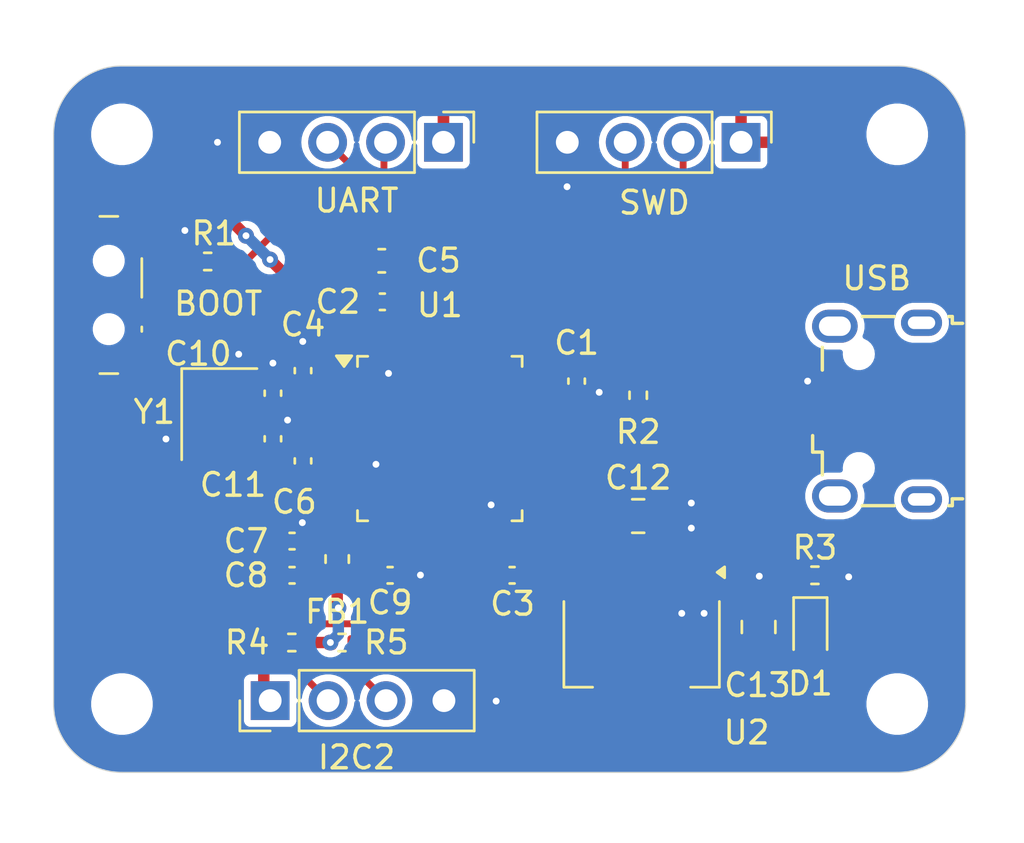
<source format=kicad_pcb>
(kicad_pcb (version 20240108) (generator "pcbnew") (generator_version "8.0")
  (layers (0 "F.Cu" signal) (31 "B.Cu" power) (34 "B.Paste" user) (35 "F.Paste" user) (36 "B.SilkS" user "B.Silkscreen") (37 "F.SilkS" user "F.Silkscreen") (38 "B.Mask" user) (39 "F.Mask" user) (44 "Edge.Cuts" user))
  (net 0 "")
  (net 1 "+3.3V")
  (net 2 "GND")
  (net 3 "+3.3VA")
  (net 4 "/NRST")
  (net 5 "/HSI_IN")
  (net 6 "/HSI_OUT")
  (net 7 "VBUS")
  (net 8 "/SW_BOOT0")
  (net 12 "/USB_D-")
  (net 15 "/USB_D+")
  (net 16 "/SWDIO")
  (net 17 "/SWCLK")
  (net 18 "/USART1_RX")
  (net 19 "/USART1_TX")
  (net 20 "/I2C2_SDA")
  (net 21 "/I2C2_SCL")
  (net 22 "/BOOT0")
  (net 50 "Net-(D1-K)")
  (footprint "Resistor_SMD:R_0402_1005Metric" (layer "F.Cu") (at 138.36 104)
    (property "Reference" "R3" (at 0 -1.21 360) (layer "F.SilkS"))
    (property "Value" "1k5")
    (fp_line (start -0.153641 -0.38) (end 0.153641 -0.38) (stroke (width 0.12)) (layer "F.SilkS"))
    (fp_line (start -0.153641 0.38) (end 0.153641 0.38) (stroke (width 0.12)) (layer "F.SilkS"))
    (pad "1" smd roundrect (at -0.51 0) (size 0.54 0.64) (layers "F.Cu" "F.Paste" "F.Mask") (net 50 "Net-(D1-K)"))
    (pad "2" smd roundrect (at 0.51 0) (size 0.54 0.64) (layers "F.Cu" "F.Paste" "F.Mask") (net 2 "GND"))
  )
  (footprint "MountingHole:MountingHole_2.2mm_M2" (layer "F.Cu") (at 141.97 109.65)
    (property "Reference" "H4")
    (property "Value" "MountingHole")
    (pad "" np_thru_hole circle (at 0 0) (size 2.2 2.2) (drill 2.2) (layers "*.Cu" "*.Mask"))
  )
  (footprint "Resistor_SMD:R_0402_1005Metric" (layer "F.Cu") (at 115.42 106.95 180)
    (property "Reference" "R4" (at 1.96 0 0) (layer "F.SilkS"))
    (property "Value" "1k5")
    (fp_line (start -0.153641 0.38) (end 0.153641 0.38) (stroke (width 0.12)) (layer "F.SilkS"))
    (fp_line (start -0.153641 -0.38) (end 0.153641 -0.38) (stroke (width 0.12)) (layer "F.SilkS"))
    (pad "1" smd roundrect (at -0.51 0 180) (size 0.54 0.64) (layers "F.Cu" "F.Paste" "F.Mask") (net 1 "+3.3V"))
    (pad "2" smd roundrect (at 0.51 0 180) (size 0.54 0.64) (layers "F.Cu" "F.Paste" "F.Mask") (net 21 "/I2C2_SCL"))
  )
  (footprint "Connector_PinHeader_2.54mm:PinHeader_1x04_P2.54mm_Vertical" (layer "F.Cu") (at 135.12 85 -90)
    (property "Reference" "SWD" (at 2.65 3.8 180) (layer "F.SilkS"))
    (property "Value" "Conn_01x04_Pin")
    (fp_line (start -1.33 8.95) (end 1.33 8.95) (stroke (width 0.12)) (layer "F.SilkS"))
    (fp_line (start -1.33 1.27) (end -1.33 8.95) (stroke (width 0.12)) (layer "F.SilkS"))
    (fp_line (start -1.33 1.27) (end 1.33 1.27) (stroke (width 0.12)) (layer "F.SilkS"))
    (fp_line (start 1.33 1.27) (end 1.33 8.95) (stroke (width 0.12)) (layer "F.SilkS"))
    (fp_line (start -1.33 0) (end -1.33 -1.33) (stroke (width 0.12)) (layer "F.SilkS"))
    (fp_line (start -1.33 -1.33) (end 0 -1.33) (stroke (width 0.12)) (layer "F.SilkS"))
    (pad "1" thru_hole rect (at 0 0 270) (size 1.7 1.7) (drill 1) (layers "*.Cu" "*.Mask") (net 1 "+3.3V"))
    (pad "2" thru_hole oval (at 0 2.54 270) (size 1.7 1.7) (drill 1) (layers "*.Cu" "*.Mask") (net 16 "/SWDIO"))
    (pad "3" thru_hole oval (at 0 5.08 270) (size 1.7 1.7) (drill 1) (layers "*.Cu" "*.Mask") (net 17 "/SWCLK"))
    (pad "4" thru_hole oval (at 0 7.62 270) (size 1.7 1.7) (drill 1) (layers "*.Cu" "*.Mask") (net 2 "GND"))
  )
  (footprint "Inductor_SMD:L_0603_1608Metric" (layer "F.Cu") (at 117.41 103.2875 90)
    (property "Reference" "FB1" (at -2.3125 0 180) (layer "F.SilkS"))
    (property "Value" "120R")
    (fp_line (start -0.162779 -0.51) (end 0.162779 -0.51) (stroke (width 0.12)) (layer "F.SilkS"))
    (fp_line (start -0.162779 0.51) (end 0.162779 0.51) (stroke (width 0.12)) (layer "F.SilkS"))
    (pad "1" smd roundrect (at -0.7875 0 90) (size 0.875 0.95) (layers "F.Cu" "F.Paste" "F.Mask") (net 1 "+3.3V"))
    (pad "2" smd roundrect (at 0.7875 0 90) (size 0.875 0.95) (layers "F.Cu" "F.Paste" "F.Mask") (net 3 "+3.3VA"))
  )
  (footprint "Capacitor_SMD:C_0402_1005Metric" (layer "F.Cu") (at 119.39 92)
    (property "Reference" "C2" (at -1.95 0 0) (layer "F.SilkS"))
    (property "Value" "100n")
    (fp_line (start -0.107836 -0.36) (end 0.107836 -0.36) (stroke (width 0.12)) (layer "F.SilkS"))
    (fp_line (start -0.107836 0.36) (end 0.107836 0.36) (stroke (width 0.12)) (layer "F.SilkS"))
    (pad "1" smd roundrect (at -0.48 0) (size 0.56 0.62) (layers "F.Cu" "F.Paste" "F.Mask") (net 1 "+3.3V"))
    (pad "2" smd roundrect (at 0.48 0) (size 0.56 0.62) (layers "F.Cu" "F.Paste" "F.Mask") (net 2 "GND"))
  )
  (footprint "Resistor_SMD:R_0402_1005Metric" (layer "F.Cu") (at 111.73 90.23)
    (property "Reference" "R1" (at 0.27 -1.23 0) (layer "F.SilkS"))
    (property "Value" "10k")
    (fp_line (start -0.153641 -0.38) (end 0.153641 -0.38) (stroke (width 0.12)) (layer "F.SilkS"))
    (fp_line (start -0.153641 0.38) (end 0.153641 0.38) (stroke (width 0.12)) (layer "F.SilkS"))
    (pad "1" smd roundrect (at -0.51 0) (size 0.54 0.64) (layers "F.Cu" "F.Paste" "F.Mask") (net 8 "/SW_BOOT0"))
    (pad "2" smd roundrect (at 0.51 0) (size 0.54 0.64) (layers "F.Cu" "F.Paste" "F.Mask") (net 22 "/BOOT0"))
  )
  (footprint "Package_TO_SOT_SMD:SOT-223-3_TabPin2" (layer "F.Cu") (at 130.76 107 -90)
    (property "Reference" "U2" (at 3.9 -4.6 180) (layer "F.SilkS"))
    (property "Value" "AMS1117-3.3")
    (fp_line (start -1.85 3.41) (end 1.91 3.41) (stroke (width 0.12)) (layer "F.SilkS"))
    (fp_line (start 1.91 3.41) (end 1.91 2.15) (stroke (width 0.12)) (layer "F.SilkS"))
    (fp_line (start -1.85 -3.41) (end 1.91 -3.41) (stroke (width 0.12)) (layer "F.SilkS"))
    (fp_line (start 1.91 -3.41) (end 1.91 -2.15) (stroke (width 0.12)) (layer "F.SilkS"))
    (fp_poly (pts (xy -3.13 -3.31) (xy -3.37 -3.64) (xy -2.89 -3.64) (xy -3.13 -3.31)) (stroke (width 0.12)) (fill solid) (layer "F.SilkS"))
    (pad "1" smd roundrect (at -3.15 -2.3 270) (size 2 1.5) (layers "F.Cu" "F.Paste" "F.Mask") (net 2 "GND"))
    (pad "2" smd roundrect (at -3.15 0 270) (size 2 1.5) (layers "F.Cu" "F.Paste" "F.Mask") (net 1 "+3.3V"))
    (pad "2" smd roundrect (at 3.15 0 270) (size 2 3.8) (layers "F.Cu" "F.Paste" "F.Mask") (net 1 "+3.3V"))
    (pad "3" smd roundrect (at -3.15 2.3 270) (size 2 1.5) (layers "F.Cu" "F.Paste" "F.Mask") (net 7 "VBUS"))
  )
  (footprint "Capacitor_SMD:C_0402_1005Metric" (layer "F.Cu") (at 114.59 98.01 90)
    (property "Reference" "C11" (at -2.02 -1.75 180) (layer "F.SilkS"))
    (property "Value" "10p")
    (fp_line (start -0.107836 -0.36) (end 0.107836 -0.36) (stroke (width 0.12)) (layer "F.SilkS"))
    (fp_line (start -0.107836 0.36) (end 0.107836 0.36) (stroke (width 0.12)) (layer "F.SilkS"))
    (pad "1" smd roundrect (at -0.48 0 90) (size 0.56 0.62) (layers "F.Cu" "F.Paste" "F.Mask") (net 6 "/HSI_OUT"))
    (pad "2" smd roundrect (at 0.48 0 90) (size 0.56 0.62) (layers "F.Cu" "F.Paste" "F.Mask") (net 2 "GND"))
  )
  (footprint "Capacitor_SMD:C_0402_1005Metric" (layer "F.Cu") (at 115.43 104)
    (property "Reference" "C8" (at -2.02 0 0) (layer "F.SilkS"))
    (property "Value" "1u")
    (fp_line (start -0.107836 -0.36) (end 0.107836 -0.36) (stroke (width 0.12)) (layer "F.SilkS"))
    (fp_line (start -0.107836 0.36) (end 0.107836 0.36) (stroke (width 0.12)) (layer "F.SilkS"))
    (pad "1" smd roundrect (at -0.48 0) (size 0.56 0.62) (layers "F.Cu" "F.Paste" "F.Mask") (net 1 "+3.3V"))
    (pad "2" smd roundrect (at 0.48 0) (size 0.56 0.62) (layers "F.Cu" "F.Paste" "F.Mask") (net 2 "GND"))
  )
  (footprint "Capacitor_SMD:C_0805_2012Metric" (layer "F.Cu") (at 130.61 101.4)
    (property "Reference" "C12" (at 0 -1.68 0) (layer "F.SilkS"))
    (property "Value" "22u")
    (fp_line (start -0.261252 -0.735) (end 0.261252 -0.735) (stroke (width 0.12)) (layer "F.SilkS"))
    (fp_line (start -0.261252 0.735) (end 0.261252 0.735) (stroke (width 0.12)) (layer "F.SilkS"))
    (pad "1" smd roundrect (at -0.95 0) (size 1 1.45) (layers "F.Cu" "F.Paste" "F.Mask") (net 7 "VBUS"))
    (pad "2" smd roundrect (at 0.95 0) (size 1 1.45) (layers "F.Cu" "F.Paste" "F.Mask") (net 2 "GND"))
  )
  (footprint "MountingHole:MountingHole_2.2mm_M2" (layer "F.Cu") (at 141.97 84.65)
    (property "Reference" "H3")
    (property "Value" "MountingHole")
    (pad "" np_thru_hole circle (at 0 0) (size 2.2 2.2) (drill 2.2) (layers "*.Cu" "*.Mask"))
  )
  (footprint "LED_SMD:LED_0603_1608Metric" (layer "F.Cu") (at 138.16 106.4625 -90)
    (property "Reference" "D1" (at 2.2875 0 180) (layer "F.SilkS"))
    (property "Value" "LED_RED")
    (fp_line (start -1.485 0.735) (end 0.8 0.735) (stroke (width 0.12)) (layer "F.SilkS"))
    (fp_line (start -1.485 -0.735) (end -1.485 0.735) (stroke (width 0.12)) (layer "F.SilkS"))
    (fp_line (start 0.8 -0.735) (end -1.485 -0.735) (stroke (width 0.12)) (layer "F.SilkS"))
    (pad "1" smd roundrect (at -0.7875 0 270) (size 0.875 0.95) (layers "F.Cu" "F.Paste" "F.Mask") (net 50 "Net-(D1-K)"))
    (pad "2" smd roundrect (at 0.7875 0 270) (size 0.875 0.95) (layers "F.Cu" "F.Paste" "F.Mask") (net 1 "+3.3V"))
  )
  (footprint "MountingHole:MountingHole_2.2mm_M2" (layer "F.Cu") (at 107.97 109.65)
    (property "Reference" "H2")
    (property "Value" "MountingHole")
    (pad "" np_thru_hole circle (at 0 0) (size 2.2 2.2) (drill 2.2) (layers "*.Cu" "*.Mask"))
  )
  (footprint "Capacitor_SMD:C_0402_1005Metric" (layer "F.Cu") (at 115.43 102.5)
    (property "Reference" "C7" (at -2.02 0 0) (layer "F.SilkS"))
    (property "Value" "1u")
    (fp_line (start -0.107836 -0.36) (end 0.107836 -0.36) (stroke (width 0.12)) (layer "F.SilkS"))
    (fp_line (start -0.107836 0.36) (end 0.107836 0.36) (stroke (width 0.12)) (layer "F.SilkS"))
    (pad "1" smd roundrect (at -0.48 0) (size 0.56 0.62) (layers "F.Cu" "F.Paste" "F.Mask") (net 3 "+3.3VA"))
    (pad "2" smd roundrect (at 0.48 0) (size 0.56 0.62) (layers "F.Cu" "F.Paste" "F.Mask") (net 2 "GND"))
  )
  (footprint "Capacitor_SMD:C_0805_2012Metric" (layer "F.Cu") (at 135.89 106.27 90)
    (property "Reference" "C13" (at -2.55 -0.05 180) (layer "F.SilkS"))
    (property "Value" "22u")
    (fp_line (start -0.261252 -0.735) (end 0.261252 -0.735) (stroke (width 0.12)) (layer "F.SilkS"))
    (fp_line (start -0.261252 0.735) (end 0.261252 0.735) (stroke (width 0.12)) (layer "F.SilkS"))
    (pad "1" smd roundrect (at -0.95 0 90) (size 1 1.45) (layers "F.Cu" "F.Paste" "F.Mask") (net 1 "+3.3V"))
    (pad "2" smd roundrect (at 0.95 0 90) (size 1 1.45) (layers "F.Cu" "F.Paste" "F.Mask") (net 2 "GND"))
  )
  (footprint "Capacitor_SMD:C_0402_1005Metric" (layer "F.Cu") (at 127.91 95.48 -90)
    (property "Reference" "C1" (at -1.68 0 180) (layer "F.SilkS"))
    (property "Value" "100n")
    (fp_line (start -0.107836 0.36) (end 0.107836 0.36) (stroke (width 0.12)) (layer "F.SilkS"))
    (fp_line (start -0.107836 -0.36) (end 0.107836 -0.36) (stroke (width 0.12)) (layer "F.SilkS"))
    (pad "1" smd roundrect (at -0.48 0 270) (size 0.56 0.62) (layers "F.Cu" "F.Paste" "F.Mask") (net 1 "+3.3V"))
    (pad "2" smd roundrect (at 0.48 0 270) (size 0.56 0.62) (layers "F.Cu" "F.Paste" "F.Mask") (net 2 "GND"))
  )
  (footprint "Connector_PinHeader_2.54mm:PinHeader_1x04_P2.54mm_Vertical" (layer "F.Cu") (at 114.47 109.5 90)
    (property "Reference" "I2C2" (at -2.49 3.79 180) (layer "F.SilkS"))
    (property "Value" "Conn_01x04_Pin")
    (fp_line (start -1.33 -1.33) (end 0 -1.33) (stroke (width 0.12)) (layer "F.SilkS"))
    (fp_line (start -1.33 0) (end -1.33 -1.33) (stroke (width 0.12)) (layer "F.SilkS"))
    (fp_line (start 1.33 1.27) (end 1.33 8.95) (stroke (width 0.12)) (layer "F.SilkS"))
    (fp_line (start -1.33 1.27) (end 1.33 1.27) (stroke (width 0.12)) (layer "F.SilkS"))
    (fp_line (start -1.33 1.27) (end -1.33 8.95) (stroke (width 0.12)) (layer "F.SilkS"))
    (fp_line (start -1.33 8.95) (end 1.33 8.95) (stroke (width 0.12)) (layer "F.SilkS"))
    (pad "1" thru_hole rect (at 0 0 90) (size 1.7 1.7) (drill 1) (layers "*.Cu" "*.Mask") (net 1 "+3.3V"))
    (pad "2" thru_hole oval (at 0 2.54 90) (size 1.7 1.7) (drill 1) (layers "*.Cu" "*.Mask") (net 21 "/I2C2_SCL"))
    (pad "3" thru_hole oval (at 0 5.08 90) (size 1.7 1.7) (drill 1) (layers "*.Cu" "*.Mask") (net 20 "/I2C2_SDA"))
    (pad "4" thru_hole oval (at 0 7.62 90) (size 1.7 1.7) (drill 1) (layers "*.Cu" "*.Mask") (net 2 "GND"))
  )
  (footprint "Capacitor_SMD:C_0402_1005Metric" (layer "F.Cu") (at 119.73 104)
    (property "Reference" "C9" (at 0 1.2 0) (layer "F.SilkS"))
    (property "Value" "100n")
    (fp_line (start -0.107836 -0.36) (end 0.107836 -0.36) (stroke (width 0.12)) (layer "F.SilkS"))
    (fp_line (start -0.107836 0.36) (end 0.107836 0.36) (stroke (width 0.12)) (layer "F.SilkS"))
    (pad "1" smd roundrect (at -0.48 0) (size 0.56 0.62) (layers "F.Cu" "F.Paste" "F.Mask") (net 4 "/NRST"))
    (pad "2" smd roundrect (at 0.48 0) (size 0.56 0.62) (layers "F.Cu" "F.Paste" "F.Mask") (net 2 "GND"))
  )
  (footprint "Capacitor_SMD:C_0402_1005Metric" (layer "F.Cu") (at 115.91 95.02 90)
    (property "Reference" "C4" (at 2.02 0 0) (layer "F.SilkS"))
    (property "Value" "100n")
    (fp_line (start -0.107836 -0.36) (end 0.107836 -0.36) (stroke (width 0.12)) (layer "F.SilkS"))
    (fp_line (start -0.107836 0.36) (end 0.107836 0.36) (stroke (width 0.12)) (layer "F.SilkS"))
    (pad "1" smd roundrect (at -0.48 0 90) (size 0.56 0.62) (layers "F.Cu" "F.Paste" "F.Mask") (net 1 "+3.3V"))
    (pad "2" smd roundrect (at 0.48 0 90) (size 0.56 0.62) (layers "F.Cu" "F.Paste" "F.Mask") (net 2 "GND"))
  )
  (footprint "MountingHole:MountingHole_2.2mm_M2" (layer "F.Cu") (at 107.97 84.65)
    (property "Reference" "H1")
    (property "Value" "MountingHole")
    (pad "" np_thru_hole circle (at 0 0) (size 2.2 2.2) (drill 2.2) (layers "*.Cu" "*.Mask"))
  )
  (footprint "Button_Switch_SMD:SW_SPDT_PCM12" (layer "F.Cu") (at 107.72 91.7 -90)
    (property "Reference" "BOOT" (at 0.38 -4.47 180) (layer "F.SilkS"))
    (property "Value" "SW_SPDT")
    (fp_line (start 3.45 0.72) (end 3.45 -0.07) (stroke (width 0.12)) (layer "F.SilkS"))
    (fp_line (start -3.45 -0.07) (end -3.45 0.72) (stroke (width 0.12)) (layer "F.SilkS"))
    (fp_line (start -1.6 -1.12) (end 0.1 -1.12) (stroke (width 0.12)) (layer "F.SilkS"))
    (fp_line (start 1.4 -1.12) (end 1.6 -1.12) (stroke (width 0.12)) (layer "F.SilkS"))
    (pad "" smd rect (at -3.65 -0.78 270) (size 1 0.8) (layers "F.Cu" "F.Paste" "F.Mask"))
    (pad "" smd rect (at -3.65 1.43 270) (size 1 0.8) (layers "F.Cu" "F.Paste" "F.Mask"))
    (pad "" np_thru_hole circle (at -1.5 0.33 270) (size 0.9 0.9) (drill 0.9) (layers "*.Cu" "*.Mask"))
    (pad "" np_thru_hole circle (at 1.5 0.33 270) (size 0.9 0.9) (drill 0.9) (layers "*.Cu" "*.Mask"))
    (pad "" smd rect (at 3.65 -0.78 270) (size 1 0.8) (layers "F.Cu" "F.Paste" "F.Mask"))
    (pad "" smd rect (at 3.65 1.43 270) (size 1 0.8) (layers "F.Cu" "F.Paste" "F.Mask"))
    (pad "1" smd rect (at -2.25 -1.43 270) (size 0.7 1.5) (layers "F.Cu" "F.Paste" "F.Mask") (net 2 "GND"))
    (pad "2" smd rect (at 0.75 -1.43 270) (size 0.7 1.5) (layers "F.Cu" "F.Paste" "F.Mask") (net 8 "/SW_BOOT0"))
    (pad "3" smd rect (at 2.25 -1.43 270) (size 0.7 1.5) (layers "F.Cu" "F.Paste" "F.Mask") (net 1 "+3.3V"))
  )
  (footprint "Capacitor_SMD:C_0402_1005Metric" (layer "F.Cu") (at 115.91 98.98 90)
    (property "Reference" "C6" (at -1.8 -0.38 180) (layer "F.SilkS"))
    (property "Value" "10n")
    (fp_line (start -0.107836 -0.36) (end 0.107836 -0.36) (stroke (width 0.12)) (layer "F.SilkS"))
    (fp_line (start -0.107836 0.36) (end 0.107836 0.36) (stroke (width 0.12)) (layer "F.SilkS"))
    (pad "1" smd roundrect (at -0.48 0 90) (size 0.56 0.62) (layers "F.Cu" "F.Paste" "F.Mask") (net 3 "+3.3VA"))
    (pad "2" smd roundrect (at 0.48 0 90) (size 0.56 0.62) (layers "F.Cu" "F.Paste" "F.Mask") (net 2 "GND"))
  )
  (footprint "Package_QFP:LQFP-48_7x7mm_P0.5mm" (layer "F.Cu") (at 121.91 98)
    (property "Reference" "U1" (at 0 -5.85 0) (layer "F.SilkS"))
    (property "Value" "STM32F103C8Tx")
    (fp_line (start -3.61 -3.61) (end -3.61 -3.16) (stroke (width 0.12)) (layer "F.SilkS"))
    (fp_line (start -3.61 3.61) (end -3.61 3.16) (stroke (width 0.12)) (layer "F.SilkS"))
    (fp_line (start -3.16 -3.61) (end -3.61 -3.61) (stroke (width 0.12)) (layer "F.SilkS"))
    (fp_line (start -3.16 3.61) (end -3.61 3.61) (stroke (width 0.12)) (layer "F.SilkS"))
    (fp_line (start 3.16 -3.61) (end 3.61 -3.61) (stroke (width 0.12)) (layer "F.SilkS"))
    (fp_line (start 3.16 3.61) (end 3.61 3.61) (stroke (width 0.12)) (layer "F.SilkS"))
    (fp_line (start 3.61 -3.61) (end 3.61 -3.16) (stroke (width 0.12)) (layer "F.SilkS"))
    (fp_line (start 3.61 3.61) (end 3.61 3.16) (stroke (width 0.12)) (layer "F.SilkS"))
    (fp_poly (pts (xy -4.2 -3.16) (xy -4.54 -3.63) (xy -3.86 -3.63) (xy -4.2 -3.16)) (stroke (width 0.12)) (fill solid) (layer "F.SilkS"))
    (pad "1" smd roundrect (at -4.1625 -2.75) (size 1.475 0.3) (layers "F.Cu" "F.Paste" "F.Mask") (net 1 "+3.3V"))
    (pad "2" smd roundrect (at -4.1625 -2.25) (size 1.475 0.3) (layers "F.Cu" "F.Paste" "F.Mask"))
    (pad "3" smd roundrect (at -4.1625 -1.75) (size 1.475 0.3) (layers "F.Cu" "F.Paste" "F.Mask"))
    (pad "4" smd roundrect (at -4.1625 -1.25) (size 1.475 0.3) (layers "F.Cu" "F.Paste" "F.Mask"))
    (pad "5" smd roundrect (at -4.1625 -0.75) (size 1.475 0.3) (layers "F.Cu" "F.Paste" "F.Mask") (net 5 "/HSI_IN"))
    (pad "6" smd roundrect (at -4.1625 -0.25) (size 1.475 0.3) (layers "F.Cu" "F.Paste" "F.Mask") (net 6 "/HSI_OUT"))
    (pad "7" smd roundrect (at -4.1625 0.25) (size 1.475 0.3) (layers "F.Cu" "F.Paste" "F.Mask") (net 4 "/NRST"))
    (pad "8" smd roundrect (at -4.1625 0.75) (size 1.475 0.3) (layers "F.Cu" "F.Paste" "F.Mask") (net 2 "GND"))
    (pad "9" smd roundrect (at -4.1625 1.25) (size 1.475 0.3) (layers "F.Cu" "F.Paste" "F.Mask") (net 3 "+3.3VA"))
    (pad "10" smd roundrect (at -4.1625 1.75) (size 1.475 0.3) (layers "F.Cu" "F.Paste" "F.Mask"))
    (pad "11" smd roundrect (at -4.1625 2.25) (size 1.475 0.3) (layers "F.Cu" "F.Paste" "F.Mask"))
    (pad "12" smd roundrect (at -4.1625 2.75) (size 1.475 0.3) (layers "F.Cu" "F.Paste" "F.Mask"))
    (pad "13" smd roundrect (at -2.75 4.1625) (size 0.3 1.475) (layers "F.Cu" "F.Paste" "F.Mask"))
    (pad "14" smd roundrect (at -2.25 4.1625) (size 0.3 1.475) (layers "F.Cu" "F.Paste" "F.Mask"))
    (pad "15" smd roundrect (at -1.75 4.1625) (size 0.3 1.475) (layers "F.Cu" "F.Paste" "F.Mask"))
    (pad "16" smd roundrect (at -1.25 4.1625) (size 0.3 1.475) (layers "F.Cu" "F.Paste" "F.Mask"))
    (pad "17" smd roundrect (at -0.75 4.1625) (size 0.3 1.475) (layers "F.Cu" "F.Paste" "F.Mask"))
    (pad "18" smd roundrect (at -0.25 4.1625) (size 0.3 1.475) (layers "F.Cu" "F.Paste" "F.Mask"))
    (pad "19" smd roundrect (at 0.25 4.1625) (size 0.3 1.475) (layers "F.Cu" "F.Paste" "F.Mask"))
    (pad "20" smd roundrect (at 0.75 4.1625) (size 0.3 1.475) (layers "F.Cu" "F.Paste" "F.Mask"))
    (pad "21" smd roundrect (at 1.25 4.1625) (size 0.3 1.475) (layers "F.Cu" "F.Paste" "F.Mask") (net 21 "/I2C2_SCL"))
    (pad "22" smd roundrect (at 1.75 4.1625) (size 0.3 1.475) (layers "F.Cu" "F.Paste" "F.Mask") (net 20 "/I2C2_SDA"))
    (pad "23" smd roundrect (at 2.25 4.1625) (size 0.3 1.475) (layers "F.Cu" "F.Paste" "F.Mask") (net 2 "GND"))
    (pad "24" smd roundrect (at 2.75 4.1625) (size 0.3 1.475) (layers "F.Cu" "F.Paste" "F.Mask") (net 1 "+3.3V"))
    (pad "25" smd roundrect (at 4.1625 2.75) (size 1.475 0.3) (layers "F.Cu" "F.Paste" "F.Mask"))
    (pad "26" smd roundrect (at 4.1625 2.25) (size 1.475 0.3) (layers "F.Cu" "F.Paste" "F.Mask"))
    (pad "27" smd roundrect (at 4.1625 1.75) (size 1.475 0.3) (layers "F.Cu" "F.Paste" "F.Mask"))
    (pad "28" smd roundrect (at 4.1625 1.25) (size 1.475 0.3) (layers "F.Cu" "F.Paste" "F.Mask"))
    (pad "29" smd roundrect (at 4.1625 0.75) (size 1.475 0.3) (layers "F.Cu" "F.Paste" "F.Mask"))
    (pad "30" smd roundrect (at 4.1625 0.25) (size 1.475 0.3) (layers "F.Cu" "F.Paste" "F.Mask"))
    (pad "31" smd roundrect (at 4.1625 -0.25) (size 1.475 0.3) (layers "F.Cu" "F.Paste" "F.Mask"))
    (pad "32" smd roundrect (at 4.1625 -0.75) (size 1.475 0.3) (layers "F.Cu" "F.Paste" "F.Mask") (net 12 "/USB_D-"))
    (pad "33" smd roundrect (at 4.1625 -1.25) (size 1.475 0.3) (layers "F.Cu" "F.Paste" "F.Mask") (net 15 "/USB_D+"))
    (pad "34" smd roundrect (at 4.1625 -1.75) (size 1.475 0.3) (layers "F.Cu" "F.Paste" "F.Mask") (net 16 "/SWDIO"))
    (pad "35" smd roundrect (at 4.1625 -2.25) (size 1.475 0.3) (layers "F.Cu" "F.Paste" "F.Mask") (net 2 "GND"))
    (pad "36" smd roundrect (at 4.1625 -2.75) (size 1.475 0.3) (layers "F.Cu" "F.Paste" "F.Mask") (net 1 "+3.3V"))
    (pad "37" smd roundrect (at 2.75 -4.1625) (size 0.3 1.475) (layers "F.Cu" "F.Paste" "F.Mask") (net 17 "/SWCLK"))
    (pad "38" smd roundrect (at 2.25 -4.1625) (size 0.3 1.475) (layers "F.Cu" "F.Paste" "F.Mask"))
    (pad "39" smd roundrect (at 1.75 -4.1625) (size 0.3 1.475) (layers "F.Cu" "F.Paste" "F.Mask"))
    (pad "40" smd roundrect (at 1.25 -4.1625) (size 0.3 1.475) (layers "F.Cu" "F.Paste" "F.Mask"))
    (pad "41" smd roundrect (at 0.75 -4.1625) (size 0.3 1.475) (layers "F.Cu" "F.Paste" "F.Mask"))
    (pad "42" smd roundrect (at 0.25 -4.1625) (size 0.3 1.475) (layers "F.Cu" "F.Paste" "F.Mask") (net 19 "/USART1_TX"))
    (pad "43" smd roundrect (at -0.25 -4.1625) (size 0.3 1.475) (layers "F.Cu" "F.Paste" "F.Mask") (net 18 "/USART1_RX"))
    (pad "44" smd roundrect (at -0.75 -4.1625) (size 0.3 1.475) (layers "F.Cu" "F.Paste" "F.Mask") (net 22 "/BOOT0"))
    (pad "45" smd roundrect (at -1.25 -4.1625) (size 0.3 1.475) (layers "F.Cu" "F.Paste" "F.Mask"))
    (pad "46" smd roundrect (at -1.75 -4.1625) (size 0.3 1.475) (layers "F.Cu" "F.Paste" "F.Mask"))
    (pad "47" smd roundrect (at -2.25 -4.1625) (size 0.3 1.475) (layers "F.Cu" "F.Paste" "F.Mask") (net 2 "GND"))
    (pad "48" smd roundrect (at -2.75 -4.1625) (size 0.3 1.475) (layers "F.Cu" "F.Paste" "F.Mask") (net 1 "+3.3V"))
  )
  (footprint "Connector_PinHeader_2.54mm:PinHeader_1x04_P2.54mm_Vertical" (layer "F.Cu") (at 122.07 85 -90)
    (property "Reference" "UART" (at 2.56 3.81 180) (layer "F.SilkS"))
    (property "Value" "Conn_01x04_Pin")
    (fp_line (start -1.33 8.95) (end 1.33 8.95) (stroke (width 0.12)) (layer "F.SilkS"))
    (fp_line (start -1.33 1.27) (end -1.33 8.95) (stroke (width 0.12)) (layer "F.SilkS"))
    (fp_line (start -1.33 1.27) (end 1.33 1.27) (stroke (width 0.12)) (layer "F.SilkS"))
    (fp_line (start 1.33 1.27) (end 1.33 8.95) (stroke (width 0.12)) (layer "F.SilkS"))
    (fp_line (start -1.33 0) (end -1.33 -1.33) (stroke (width 0.12)) (layer "F.SilkS"))
    (fp_line (start -1.33 -1.33) (end 0 -1.33) (stroke (width 0.12)) (layer "F.SilkS"))
    (pad "1" thru_hole rect (at 0 0 270) (size 1.7 1.7) (drill 1) (layers "*.Cu" "*.Mask") (net 1 "+3.3V"))
    (pad "2" thru_hole oval (at 0 2.54 270) (size 1.7 1.7) (drill 1) (layers "*.Cu" "*.Mask") (net 19 "/USART1_TX"))
    (pad "3" thru_hole oval (at 0 5.08 270) (size 1.7 1.7) (drill 1) (layers "*.Cu" "*.Mask") (net 18 "/USART1_RX"))
    (pad "4" thru_hole oval (at 0 7.62 270) (size 1.7 1.7) (drill 1) (layers "*.Cu" "*.Mask") (net 2 "GND"))
  )
  (footprint "Capacitor_SMD:C_0603_1608Metric" (layer "F.Cu") (at 119.365 90.2)
    (property "Reference" "C5" (at 2.485 -0.01 0) (layer "F.SilkS"))
    (property "Value" "10u")
    (fp_line (start -0.14058 -0.51) (end 0.14058 -0.51) (stroke (width 0.12)) (layer "F.SilkS"))
    (fp_line (start -0.14058 0.51) (end 0.14058 0.51) (stroke (width 0.12)) (layer "F.SilkS"))
    (pad "1" smd roundrect (at -0.775 0) (size 0.9 0.95) (layers "F.Cu" "F.Paste" "F.Mask") (net 1 "+3.3V"))
    (pad "2" smd roundrect (at 0.775 0) (size 0.9 0.95) (layers "F.Cu" "F.Paste" "F.Mask") (net 2 "GND"))
  )
  (footprint "Resistor_SMD:R_0402_1005Metric" (layer "F.Cu") (at 130.61 96.1 90)
    (property "Reference" "R2" (at -1.61 0 360) (layer "F.SilkS"))
    (property "Value" "1k5")
    (fp_line (start -0.153641 -0.38) (end 0.153641 -0.38) (stroke (width 0.12)) (layer "F.SilkS"))
    (fp_line (start -0.153641 0.38) (end 0.153641 0.38) (stroke (width 0.12)) (layer "F.SilkS"))
    (pad "1" smd roundrect (at -0.51 0 90) (size 0.54 0.64) (layers "F.Cu" "F.Paste" "F.Mask") (net 15 "/USB_D+"))
    (pad "2" smd roundrect (at 0.51 0 90) (size 0.54 0.64) (layers "F.Cu" "F.Paste" "F.Mask") (net 1 "+3.3V"))
  )
  (footprint "Capacitor_SMD:C_0402_1005Metric" (layer "F.Cu") (at 125.08 104 180)
    (property "Reference" "C3" (at -0.02 -1.25 180) (layer "F.SilkS"))
    (property "Value" "100n")
    (fp_line (start -0.107836 0.36) (end 0.107836 0.36) (stroke (width 0.12)) (layer "F.SilkS"))
    (fp_line (start -0.107836 -0.36) (end 0.107836 -0.36) (stroke (width 0.12)) (layer "F.SilkS"))
    (pad "1" smd roundrect (at -0.48 0 180) (size 0.56 0.62) (layers "F.Cu" "F.Paste" "F.Mask") (net 1 "+3.3V"))
    (pad "2" smd roundrect (at 0.48 0 180) (size 0.56 0.62) (layers "F.Cu" "F.Paste" "F.Mask") (net 2 "GND"))
  )
  (footprint "Crystal:Crystal_SMD_3225-4Pin_3.2x2.5mm" (layer "F.Cu") (at 112.24 96.93 -90)
    (property "Reference" "Y1" (at -0.1 2.85 180) (layer "F.SilkS"))
    (property "Value" "16Mhz")
    (fp_line (start -2 1.65) (end 2 1.65) (stroke (width 0.12)) (layer "F.SilkS"))
    (fp_line (start -2 -1.65) (end -2 1.65) (stroke (width 0.12)) (layer "F.SilkS"))
    (pad "1" smd rect (at -1.1 0.85 270) (size 1.4 1.2) (layers "F.Cu" "F.Paste" "F.Mask") (net 5 "/HSI_IN"))
    (pad "2" smd rect (at 1.1 0.85 270) (size 1.4 1.2) (layers "F.Cu" "F.Paste" "F.Mask") (net 2 "GND"))
    (pad "3" smd rect (at 1.1 -0.85 270) (size 1.4 1.2) (layers "F.Cu" "F.Paste" "F.Mask") (net 6 "/HSI_OUT"))
    (pad "4" smd rect (at -1.1 -0.85 270) (size 1.4 1.2) (layers "F.Cu" "F.Paste" "F.Mask") (net 2 "GND"))
  )
  (footprint "Connector_USB:USB_Micro-B_Wuerth_629105150521" (layer "F.Cu") (at 141.085 96.795 90)
    (property "Reference" "USB" (at 5.825 -0.015 180) (layer "F.SilkS"))
    (property "Value" "USB_B_Micro")
    (fp_line (start -1.075 -2.825) (end -1.8 -2.825) (stroke (width 0.15)) (layer "F.SilkS"))
    (fp_line (start -1.8 -2.825) (end -1.8 -2.4) (stroke (width 0.15)) (layer "F.SilkS"))
    (fp_line (start 1.8 -2.4) (end 2.8 -2.4) (stroke (width 0.15)) (layer "F.SilkS"))
    (fp_line (start -1.8 -2.4) (end -2.8 -2.4) (stroke (width 0.15)) (layer "F.SilkS"))
    (fp_line (start -4.15 -0.65) (end -4.15 0.75) (stroke (width 0.15)) (layer "F.SilkS"))
    (fp_line (start 4.15 0.75) (end 4.15 -0.65) (stroke (width 0.15)) (layer "F.SilkS"))
    (fp_line (start -4.15 3.15) (end -4.15 3.3) (stroke (width 0.15)) (layer "F.SilkS"))
    (fp_line (start 4.15 3.3) (end 4.15 3.15) (stroke (width 0.15)) (layer "F.SilkS"))
    (fp_line (start 3.85 3.3) (end 4.15 3.3) (stroke (width 0.15)) (layer "F.SilkS"))
    (fp_line (start -3.85 3.3) (end -3.85 3.75) (stroke (width 0.15)) (layer "F.SilkS"))
    (fp_line (start -4.15 3.3) (end -3.85 3.3) (stroke (width 0.15)) (layer "F.SilkS"))
    (fp_line (start 3.85 3.75) (end 3.85 3.3) (stroke (width 0.15)) (layer "F.SilkS"))
    (pad "" np_thru_hole oval (at -2.5 -0.8 90) (size 0.8 0.8) (drill 0.8) (layers "*.Cu" "*.Mask"))
    (pad "" np_thru_hole oval (at 2.5 -0.8 90) (size 0.8 0.8) (drill 0.8) (layers "*.Cu" "*.Mask"))
    (pad "1" smd rect (at -1.3 -1.9 90) (size 0.45 1.3) (layers "F.Cu" "F.Paste" "F.Mask") (net 7 "VBUS"))
    (pad "2" smd rect (at -0.65 -1.9 90) (size 0.45 1.3) (layers "F.Cu" "F.Paste" "F.Mask") (net 12 "/USB_D-"))
    (pad "3" smd rect (at 0 -1.9 90) (size 0.45 1.3) (layers "F.Cu" "F.Paste" "F.Mask") (net 15 "/USB_D+"))
    (pad "4" smd rect (at 0.65 -1.9 90) (size 0.45 1.3) (layers "F.Cu" "F.Paste" "F.Mask"))
    (pad "5" smd rect (at 1.3 -1.9 90) (size 0.45 1.3) (layers "F.Cu" "F.Paste" "F.Mask") (net 2 "GND"))
    (pad "6" thru_hole oval (at -3.875 1.95 90) (size 1.15 1.8) (drill oval 0.55 1.2) (property pad_prop_heatsink) (layers "*.Cu" "*.Mask"))
    (pad "6" thru_hole oval (at -3.725 -1.85 90) (size 1.45 2) (drill oval 0.85 1.4) (property pad_prop_heatsink) (layers "*.Cu" "*.Mask"))
    (pad "6" thru_hole oval (at 3.725 -1.85 90) (size 1.45 2) (drill oval 0.85 1.4) (property pad_prop_heatsink) (layers "*.Cu" "*.Mask"))
    (pad "6" thru_hole oval (at 3.875 1.95 90) (size 1.15 1.8) (drill oval 0.55 1.2) (property pad_prop_heatsink) (layers "*.Cu" "*.Mask"))
  )
  (footprint "Capacitor_SMD:C_0402_1005Metric" (layer "F.Cu") (at 114.59 96.01 90)
    (property "Reference" "C10" (at 1.73 -3.27 180) (layer "F.SilkS"))
    (property "Value" "10p")
    (fp_line (start -0.107836 -0.36) (end 0.107836 -0.36) (stroke (width 0.12)) (layer "F.SilkS"))
    (fp_line (start -0.107836 0.36) (end 0.107836 0.36) (stroke (width 0.12)) (layer "F.SilkS"))
    (pad "1" smd roundrect (at -0.48 0 90) (size 0.56 0.62) (layers "F.Cu" "F.Paste" "F.Mask") (net 5 "/HSI_IN"))
    (pad "2" smd roundrect (at 0.48 0 90) (size 0.56 0.62) (layers "F.Cu" "F.Paste" "F.Mask") (net 2 "GND"))
  )
  (footprint "Resistor_SMD:R_0402_1005Metric" (layer "F.Cu") (at 117.62 106.95)
    (property "Reference" "R5" (at 1.94 0 0) (layer "F.SilkS"))
    (property "Value" "1k5")
    (fp_line (start -0.153641 -0.38) (end 0.153641 -0.38) (stroke (width 0.12)) (layer "F.SilkS"))
    (fp_line (start -0.153641 0.38) (end 0.153641 0.38) (stroke (width 0.12)) (layer "F.SilkS"))
    (pad "1" smd roundrect (at -0.51 0) (size 0.54 0.64) (layers "F.Cu" "F.Paste" "F.Mask") (net 1 "+3.3V"))
    (pad "2" smd roundrect (at 0.51 0) (size 0.54 0.64) (layers "F.Cu" "F.Paste" "F.Mask") (net 20 "/I2C2_SDA"))
  )
  (gr_line (start 104.97 109.65) (end 104.97 84.65) (stroke (width 0.05)) (layer "Edge.Cuts"))
  (gr_arc (start 104.97 84.65) (mid 105.84868 82.52868) (end 107.97 81.65) (stroke (width 0.05)) (layer "Edge.Cuts"))
  (gr_line (start 141.97 112.65) (end 107.97 112.65) (stroke (width 0.05)) (layer "Edge.Cuts"))
  (gr_line (start 144.97 84.65) (end 144.97 109.65) (stroke (width 0.05)) (layer "Edge.Cuts"))
  (gr_arc (start 141.97 81.65) (mid 144.09132 82.52868) (end 144.97 84.65) (stroke (width 0.05)) (layer "Edge.Cuts"))
  (gr_arc (start 107.97 112.65) (mid 105.84868 111.77132) (end 104.97 109.65) (stroke (width 0.05)) (layer "Edge.Cuts"))
  (gr_arc (start 144.97 109.65) (mid 144.09132 111.77132) (end 141.97 112.65) (stroke (width 0.05)) (layer "Edge.Cuts"))
  (gr_line (start 107.97 81.65) (end 141.97 81.65) (stroke (width 0.05)) (layer "Edge.Cuts"))
  (segment (start 116.90688 95.25) (end 117.7475 95.25) (width 0.3) (layer "F.Cu") (net 1))
  (segment (start 135.12 83.42) (end 135.12 85) (width 0.5) (layer "F.Cu") (net 1))
  (segment (start 107.65 94.4) (end 107.65 99.15) (width 0.5) (layer "F.Cu") (net 1))
  (segment (start 116.6 95.119999) (end 116.6 92.19) (width 0.3) (layer "F.Cu") (net 1))
  (segment (start 130.61 95.59) (end 130.02 95) (width 0.5) (layer "F.Cu") (net 1))
  (segment (start 122.07 83.15) (end 122.4 82.82) (width 0.5) (layer "F.Cu") (net 1))
  (segment (start 134.52 82.82) (end 135.12 83.42) (width 0.5) (layer "F.Cu") (net 1))
  (segment (start 132.52 95.59) (end 139.78 88.33) (width 0.5) (layer "F.Cu") (net 1))
  (segment (start 127.1 95) (end 127.91 95) (width 0.3) (layer "F.Cu") (net 1))
  (segment (start 126.39 112.27) (end 125.56 111.44) (width 0.5) (layer "F.Cu") (net 1))
  (segment (start 117.41 104.075) (end 117.41 105.38) (width 0.5) (layer "F.Cu") (net 1))
  (segment (start 108.95 100.601056) (end 113.108944 104.76) (width 0.5) (layer "F.Cu") (net 1))
  (segment (start 141.33 104.76) (end 138.84 107.25) (width 0.5) (layer "F.Cu") (net 1))
  (segment (start 116.725 104.76) (end 114.19 104.76) (width 0.5) (layer "F.Cu") (net 1))
  (segment (start 111.24 86.93) (end 113.41 89.1) (width 0.5) (layer "F.Cu") (net 1))
  (segment (start 122.07 85) (end 122.07 83.15) (width 0.5) (layer "F.Cu") (net 1))
  (segment (start 111.24 84.06) (end 111.24 86.93) (width 0.5) (layer "F.Cu") (net 1))
  (segment (start 113.02 91.39) (end 115.09 91.39) (width 0.5) (layer "F.Cu") (net 1))
  (segment (start 116.6 92.19) (end 117.4 91.39) (width 0.3) (layer "F.Cu") (net 1))
  (segment (start 118.59 91.07) (end 118.91 91.39) (width 0.5) (layer "F.Cu") (net 1))
  (segment (start 141.33 88.23) (end 141.33 104.76) (width 0.5) (layer "F.Cu") (net 1))
  (segment (start 130.61 95.59) (end 132.52 95.59) (width 0.5) (layer "F.Cu") (net 1))
  (segment (start 118.91 92.6) (end 118.91 92) (width 0.3) (layer "F.Cu") (net 1))
  (segment (start 119.16 92.85) (end 118.91 92.6) (width 0.3) (layer "F.Cu") (net 1))
  (segment (start 116.65688 95.5) (end 116.90688 95.25) (width 0.3) (layer "F.Cu") (net 1))
  (segment (start 118.91 91.39) (end 118.91 92) (width 0.5) (layer "F.Cu") (net 1))
  (segment (start 114.47 109.5) (end 114.19 109.22) (width 0.5) (layer "F.Cu") (net 1))
  (segment (start 115.91 95.5) (end 116.219999 95.5) (width 0.3) (layer "F.Cu") (net 1))
  (segment (start 109.15 93.95) (end 110.46 93.95) (width 0.5) (layer "F.Cu") (net 1))
  (segment (start 112.31 82.99) (end 111.24 84.06) (width 0.5) (layer "F.Cu") (net 1))
  (segment (start 122.4 82.82) (end 134.52 82.82) (width 0.5) (layer "F.Cu") (net 1))
  (segment (start 122.07 83.64) (end 121.42 82.99) (width 0.5) (layer "F.Cu") (net 1))
  (segment (start 114.19 109.22) (end 114.19 104.76) (width 0.5) (layer "F.Cu") (net 1))
  (segment (start 114.95 104) (end 114.19 104.76) (width 0.5) (layer "F.Cu") (net 1))
  (segment (start 115.09 91.39) (end 117.4 91.39) (width 0.5) (layer "F.Cu") (net 1))
  (segment (start 115.91 95.5) (end 116.65688 95.5) (width 0.3) (layer "F.Cu") (net 1))
  (segment (start 138.16 109.33) (end 135.22 112.27) (width 0.5) (layer "F.Cu") (net 1))
  (segment (start 108.1 93.95) (end 107.65 94.4) (width 0.5) (layer "F.Cu") (net 1))
  (segment (start 109.15 93.95) (end 108.1 93.95) (width 0.5) (layer "F.Cu") (net 1))
  (segment (start 119.16 93.8375) (end 119.16 92.85) (width 0.3) (layer "F.Cu") (net 1))
  (segment (start 139.78 86.68) (end 141.33 88.23) (width 0.5) (layer "F.Cu") (net 1))
  (segment (start 122.07 85) (end 122.07 83.64) (width 0.5) (layer "F.Cu") (net 1))
  (segment (start 125.56 111.44) (end 125.56 104) (width 0.5) (layer "F.Cu") (net 1))
  (segment (start 117.41 104.075) (end 116.725 104.76) (width 0.5) (layer "F.Cu") (net 1))
  (segment (start 113.108944 104.76) (end 114.19 104.76) (width 0.5) (layer "F.Cu") (net 1))
  (segment (start 138.16 107.25) (end 138.16 109.33) (width 0.5) (layer "F.Cu") (net 1))
  (segment (start 138.1 85) (end 139.78 86.68) (width 0.5) (layer "F.Cu") (net 1))
  (segment (start 138.84 107.25) (end 138.16 107.25) (width 0.5) (layer "F.Cu") (net 1))
  (segment (start 118.59 90.2) (end 118.59 91.07) (width 0.5) (layer "F.Cu") (net 1))
  (segment (start 115.09 90.77) (end 115.09 91.39) (width 0.5) (layer "F.Cu") (net 1))
  (segment (start 117.4 91.39) (end 118.59 90.2) (width 0.5) (layer "F.Cu") (net 1))
  (segment (start 130.02 95) (end 127.91 95) (width 0.5) (layer "F.Cu") (net 1))
  (segment (start 135.12 85) (end 138.1 85) (width 0.5) (layer "F.Cu") (net 1))
  (segment (start 108.95 100.45) (end 108.95 100.601056) (width 0.5) (layer "F.Cu") (net 1))
  (segment (start 125.56 104) (end 125.56 103.953154) (width 0.3) (layer "F.Cu") (net 1))
  (segment (start 117.41 105.38) (end 117.46 105.43) (width 0.5) (layer "F.Cu") (net 1))
  (segment (start 114.464975 90.144975) (end 115.09 90.77) (width 0.5) (layer "F.Cu") (net 1))
  (segment (start 139.78 88.33) (end 139.78 86.68) (width 0.5) (layer "F.Cu") (net 1))
  (segment (start 110.46 93.95) (end 113.02 91.39) (width 0.5) (layer "F.Cu") (net 1))
  (segment (start 124.66 103.053154) (end 124.66 102.1625) (width 0.3) (layer "F.Cu") (net 1))
  (segment (start 116.219999 95.5) (end 116.6 95.119999) (width 0.3) (layer "F.Cu") (net 1))
  (segment (start 126.0725 95.25) (end 126.85 95.25) (width 0.3) (layer "F.Cu") (net 1))
  (segment (start 126.85 95.25) (end 127.1 95) (width 0.3) (layer "F.Cu") (net 1))
  (segment (start 121.42 82.99) (end 112.31 82.99) (width 0.5) (layer "F.Cu") (net 1))
  (segment (start 125.56 103.953154) (end 124.66 103.053154) (width 0.3) (layer "F.Cu") (net 1))
  (segment (start 107.65 99.15) (end 108.95 100.45) (width 0.5) (layer "F.Cu") (net 1))
  (segment (start 117.11 106.95) (end 115.93 106.95) (width 0.5) (layer "F.Cu") (net 1))
  (segment (start 135.22 112.27) (end 126.39 112.27) (width 0.5) (layer "F.Cu") (net 1))
  (via (at 114.464975 90.144975) (size 0.7) (drill 0.3) (layers "F.Cu" "B.Cu") (net 1))
  (via (at 117.46 105.43) (size 0.7) (drill 0.3) (layers "F.Cu" "B.Cu") (net 1))
  (via (at 113.41 89.1) (size 0.7) (drill 0.3) (layers "F.Cu" "B.Cu") (net 1))
  (via (at 117.11 106.95) (size 0.7) (drill 0.3) (layers "F.Cu" "B.Cu") (net 1))
  (segment (start 113.42 89.1) (end 114.464975 90.144975) (width 0.5) (layer "B.Cu") (net 1))
  (segment (start 117.46 105.43) (end 117.46 106.6) (width 0.5) (layer "B.Cu") (net 1))
  (segment (start 117.46 106.6) (end 117.11 106.95) (width 0.5) (layer "B.Cu") (net 1))
  (segment (start 113.41 89.1) (end 113.42 89.1) (width 0.5) (layer "B.Cu") (net 1))
  (segment (start 139.77 104) (end 139.84 104.07) (width 0.5) (layer "F.Cu") (net 2))
  (segment (start 124.6 104) (end 124.57 104) (width 0.3) (layer "F.Cu") (net 2))
  (segment (start 109.91 98.03) (end 109.9 98.02) (width 0.5) (layer "F.Cu") (net 2))
  (segment (start 111.39 98.03) (end 109.91 98.03) (width 0.5) (layer "F.Cu") (net 2))
  (segment (start 126.95 95.75) (end 127.16 95.96) (width 0.3) (layer "F.Cu") (net 2))
  (segment (start 109.15 89.45) (end 110.15 89.45) (width 0.5) (layer "F.Cu") (net 2))
  (segment (start 119.66 93.8375) (end 119.66 95.14) (width 0.3) (layer "F.Cu") (net 2))
  (segment (start 114.59 95.53) (end 114.59 94.69) (width 0.5) (layer "F.Cu") (net 2))
  (segment (start 138.055 95.495) (end 138.04 95.48) (width 0.3) (layer "F.Cu") (net 2))
  (segment (start 138.87 104) (end 139.77 104) (width 0.5) (layer "F.Cu") (net 2))
  (segment (start 114.59 97.53) (end 114.893155 97.53) (width 0.3) (layer "F.Cu") (net 2))
  (segment (start 139.26 95.495) (end 138.055 95.495) (width 0.3) (layer "F.Cu") (net 2))
  (segment (start 115.91 102.5) (end 115.91 101.72) (width 0.5) (layer "F.Cu") (net 2))
  (segment (start 117.7475 98.75) (end 118.73 98.75) (width 0.3) (layer "F.Cu") (net 2))
  (segment (start 120.14 90.2) (end 120.14 90.97) (width 0.5) (layer "F.Cu") (net 2))
  (segment (start 126.0725 95.75) (end 126.95 95.75) (width 0.3) (layer "F.Cu") (net 2))
  (segment (start 128.89 95.96) (end 128.9 95.97) (width 0.3) (layer "F.Cu") (net 2))
  (segment (start 116.71 98.75) (end 117.7475 98.75) (width 0.3) (layer "F.Cu") (net 2))
  (segment (start 124.16 102.1625) (end 124.16 100.91) (width 0.3) (layer "F.Cu") (net 2))
  (segment (start 127.5 85) (end 127.5 86.94) (width 0.5) (layer "F.Cu") (net 2))
  (segment (start 122.09 109.5) (end 124.36 109.5) (width 0.5) (layer "F.Cu") (net 2))
  (segment (start 115.91 101.72) (end 115.88 101.69) (width 0.5) (layer "F.Cu") (net 2))
  (segment (start 119.87 92.61) (end 119.87 92) (width 0.3) (layer "F.Cu") (net 2))
  (segment (start 116.46 98.5) (end 116.71 98.75) (width 0.3) (layer "F.Cu") (net 2))
  (segment (start 115.91 98.5) (end 116.46 98.5) (width 0.3) (layer "F.Cu") (net 2))
  (segment (start 127.16 95.96) (end 127.91 95.96) (width 0.3) (layer "F.Cu") (net 2))
  (segment (start 127.5 86.94) (end 127.49 86.95) (width 0.5) (layer "F.Cu") (net 2))
  (segment (start 124.36 109.5) (end 124.38 109.52) (width 0.5) (layer "F.Cu") (net 2))
  (segment (start 121.05 104) (end 121.06 103.99) (width 0.5) (layer "F.Cu") (net 2))
  (segment (start 120.21 104) (end 121.05 104) (width 0.5) (layer "F.Cu") (net 2))
  (segment (start 119.66 92.82) (end 119.87 92.61) (width 0.3) (layer "F.Cu") (net 2))
  (segment (start 113.09 95.83) (end 113.09 94.3) (width 0.5) (layer "F.Cu") (net 2))
  (segment (start 118.73 98.75) (end 119.11 99.13) (width 0.3) (layer "F.Cu") (net 2))
  (segment (start 124.57 104) (end 124.16 103.59) (width 0.3) (layer "F.Cu") (net 2))
  (segment (start 119.66 93.8375) (end 119.66 92.82) (width 0.3) (layer "F.Cu") (net 2))
  (segment (start 115.91 94.54) (end 115.91 93.75) (width 0.5) (layer "F.Cu") (net 2))
  (segment (start 114.893155 97.53) (end 115.233155 97.19) (width 0.3) (layer "F.Cu") (net 2))
  (segment (start 127.91 95.96) (end 128.89 95.96) (width 0.3) (layer "F.Cu") (net 2))
  (segment (start 115.91 93.75) (end 115.9 93.74) (width 0.5) (layer "F.Cu") (net 2))
  (segment (start 114.45 85) (end 112.16 85) (width 0.5) (layer "F.Cu") (net 2))
  (segment (start 115.91 104) (end 115.91 102.5) (width 0.5) (layer "F.Cu") (net 2))
  (segment (start 110.15 89.45) (end 110.73 88.87) (width 0.5) (layer "F.Cu") (net 2))
  (segment (start 119.87 91.24) (end 119.87 92) (width 0.5) (layer "F.Cu") (net 2))
  (segment (start 124.16 103.59) (end 124.16 102.1625) (width 0.3) (layer "F.Cu") (net 2))
  (segment (start 120.14 90.97) (end 119.87 91.24) (width 0.5) (layer "F.Cu") (net 2))
  (via (at 135.92 104.04) (size 0.7) (drill 0.3) (layers "F.Cu" "B.Cu") (net 2))
  (via (at 119.66 95.14) (size 0.7) (drill 0.3) (layers "F.Cu" "B.Cu") (net 2))
  (via (at 128.9 95.97) (size 0.7) (drill 0.3) (layers "F.Cu" "B.Cu") (net 2))
  (via (at 115.88 101.69) (size 0.7) (drill 0.3) (layers "F.Cu" "B.Cu") (net 2))
  (via (at 132.94 100.83) (size 0.7) (drill 0.3) (layers "F.Cu" "B.Cu") (net 2))
  (via (at 115.233155 97.19) (size 0.7) (drill 0.3) (layers "F.Cu" "B.Cu") (net 2))
  (via (at 127.49 86.95) (size 0.7) (drill 0.3) (layers "F.Cu" "B.Cu") (net 2))
  (via (at 121.06 103.99) (size 0.7) (drill 0.3) (layers "F.Cu" "B.Cu") (net 2))
  (via (at 124.16 100.91) (size 0.7) (drill 0.3) (layers "F.Cu" "B.Cu") (net 2))
  (via (at 132.94 101.93) (size 0.7) (drill 0.3) (layers "F.Cu" "B.Cu") (net 2))
  (via (at 132.52 105.67) (size 0.7) (drill 0.3) (layers "F.Cu" "B.Cu") (net 2))
  (via (at 115.9 93.74) (size 0.7) (drill 0.3) (layers "F.Cu" "B.Cu") (net 2))
  (via (at 124.38 109.52) (size 0.7) (drill 0.3) (layers "F.Cu" "B.Cu") (net 2))
  (via (at 138.04 95.48) (size 0.7) (drill 0.3) (layers "F.Cu" "B.Cu") (net 2))
  (via (at 112.16 85) (size 0.7) (drill 0.3) (layers "F.Cu" "B.Cu") (net 2))
  (via (at 109.9 98.02) (size 0.7) (drill 0.3) (layers "F.Cu" "B.Cu") (net 2))
  (via (at 113.09 94.3) (size 0.7) (drill 0.3) (layers "F.Cu" "B.Cu") (net 2))
  (via (at 119.11 99.13) (size 0.7) (drill 0.3) (layers "F.Cu" "B.Cu") (net 2))
  (via (at 114.59 94.69) (size 0.7) (drill 0.3) (layers "F.Cu" "B.Cu") (net 2))
  (via (at 133.5 105.67) (size 0.7) (drill 0.3) (layers "F.Cu" "B.Cu") (net 2))
  (via (at 110.73 88.87) (size 0.7) (drill 0.3) (layers "F.Cu" "B.Cu") (net 2))
  (via (at 139.84 104.07) (size 0.7) (drill 0.3) (layers "F.Cu" "B.Cu") (net 2))
  (segment (start 116.38 99.46) (end 116.57 99.27) (width 0.3) (layer "F.Cu") (net 3))
  (segment (start 116.57 99.27) (end 116.76 99.27) (width 0.3) (layer "F.Cu") (net 3))
  (segment (start 116.78 99.25) (end 117.7475 99.25) (width 0.3) (layer "F.Cu") (net 3))
  (segment (start 115.91 99.46) (end 116.38 99.46) (width 0.3) (layer "F.Cu") (net 3))
  (segment (start 117.41 102.5) (end 117.41 102.062501) (width 0.5) (layer "F.Cu") (net 3))
  (segment (start 115.91 100.562501) (end 115.91 99.46) (width 0.5) (layer "F.Cu") (net 3))
  (segment (start 115.91 99.64) (end 115.91 99.46) (width 0.5) (layer "F.Cu") (net 3))
  (segment (start 117.41 102.062501) (end 115.91 100.562501) (width 0.5) (layer "F.Cu") (net 3))
  (segment (start 114.95 102.5) (end 114.95 100.6) (width 0.5) (layer "F.Cu") (net 3))
  (segment (start 116.76 99.27) (end 116.78 99.25) (width 0.3) (layer "F.Cu") (net 3))
  (segment (start 114.95 100.6) (end 115.91 99.64) (width 0.5) (layer "F.Cu") (net 3))
  (segment (start 117.7475 98.25) (end 119.94 98.25) (width 0.3) (layer "F.Cu") (net 4))
  (segment (start 118.90688 101.075) (end 118.45 101.53188) (width 0.3) (layer "F.Cu") (net 4))
  (segment (start 119.075 101.075) (end 118.90688 101.075) (width 0.3) (layer "F.Cu") (net 4))
  (segment (start 118.45 103.2) (end 119.25 104) (width 0.3) (layer "F.Cu") (net 4))
  (segment (start 118.45 101.53188) (end 118.45 103.2) (width 0.3) (layer "F.Cu") (net 4))
  (segment (start 120.56 99.59) (end 119.075 101.075) (width 0.3) (layer "F.Cu") (net 4))
  (segment (start 120.56 98.87) (end 120.56 99.59) (width 0.3) (layer "F.Cu") (net 4))
  (segment (start 119.94 98.25) (end 120.56 98.87) (width 0.3) (layer "F.Cu") (net 4))
  (segment (start 111.39 96.13) (end 111.39 95.83) (width 0.3) (layer "F.Cu") (net 5))
  (segment (start 114.2 96.88) (end 112.14 96.88) (width 0.3) (layer "F.Cu") (net 5))
  (segment (start 114.59 96.49) (end 114.2 96.88) (width 0.3) (layer "F.Cu") (net 5))
  (segment (start 117.7475 97.25) (end 116.62 97.25) (width 0.3) (layer "F.Cu") (net 5))
  (segment (start 112.14 96.88) (end 111.39 96.13) (width 0.3) (layer "F.Cu") (net 5))
  (segment (start 115.86 96.49) (end 114.59 96.49) (width 0.3) (layer "F.Cu") (net 5))
  (segment (start 116.62 97.25) (end 115.86 96.49) (width 0.3) (layer "F.Cu") (net 5))
  (segment (start 117.7475 97.75) (end 115.653154 97.75) (width 0.3) (layer "F.Cu") (net 6))
  (segment (start 113.55 98.49) (end 113.09 98.03) (width 0.3) (layer "F.Cu") (net 6))
  (segment (start 114.913154 98.49) (end 114.59 98.49) (width 0.3) (layer "F.Cu") (net 6))
  (segment (start 115.653154 97.75) (end 114.913154 98.49) (width 0.3) (layer "F.Cu") (net 6))
  (segment (start 114.59 98.49) (end 113.55 98.49) (width 0.3) (layer "F.Cu") (net 6))
  (segment (start 111.22 90.23) (end 111.22 91.73) (width 0.3) (layer "F.Cu") (net 8))
  (segment (start 110.5 92.45) (end 109.15 92.45) (width 0.3) (layer "F.Cu") (net 8))
  (segment (start 111.22 91.73) (end 110.5 92.45) (width 0.3) (layer "F.Cu") (net 8))
  (segment (start 138.317759 97.445) (end 139.185 97.445) (width 0.2) (layer "F.Cu") (net 12))
  (segment (start 126.0725 97.25) (end 127.178751 97.25) (width 0.2) (layer "F.Cu") (net 12))
  (segment (start 127.178751 97.25) (end 127.203751 97.225) (width 0.2) (layer "F.Cu") (net 12))
  (segment (start 138.097759 97.225) (end 138.317759 97.445) (width 0.2) (layer "F.Cu") (net 12))
  (segment (start 127.203751 97.225) (end 138.097759 97.225) (width 0.2) (layer "F.Cu") (net 12))
  (segment (start 139.135 97.32) (end 139.26 97.445) (width 0.2) (layer "F.Cu") (net 12))
  (segment (start 127.203751 96.775) (end 138.269965 96.775) (width 0.2) (layer "F.Cu") (net 15))
  (segment (start 138.284147 96.77502) (end 138.304127 96.795) (width 0.2) (layer "F.Cu") (net 15))
  (segment (start 138.269965 96.775) (end 138.269985 96.77502) (width 0.2) (layer "F.Cu") (net 15))
  (segment (start 138.269985 96.77502) (end 138.284147 96.77502) (width 0.2) (layer "F.Cu") (net 15))
  (segment (start 126.0725 96.75) (end 127.178751 96.75) (width 0.2) (layer "F.Cu") (net 15))
  (segment (start 138.304127 96.795) (end 139.185 96.795) (width 0.2) (layer "F.Cu") (net 15))
  (segment (start 127.178751 96.75) (end 127.203751 96.775) (width 0.2) (layer "F.Cu") (net 15))
  (segment (start 126.0725 96.25) (end 125.1 96.25) (width 0.3) (layer "F.Cu") (net 16))
  (segment (start 124.97 96.12) (end 124.97 94.91) (width 0.3) (layer "F.Cu") (net 16))
  (segment (start 125.1 96.25) (end 124.97 96.12) (width 0.3) (layer "F.Cu") (net 16))
  (segment (start 132.58 87.3) (end 132.58 85) (width 0.3) (layer "F.Cu") (net 16))
  (segment (start 124.97 94.91) (end 132.58 87.3) (width 0.3) (layer "F.Cu") (net 16))
  (segment (start 124.66 92.03) (end 130.04 86.65) (width 0.3) (layer "F.Cu") (net 17))
  (segment (start 130.04 86.65) (end 130.04 85) (width 0.3) (layer "F.Cu") (net 17))
  (segment (start 124.66 93.8375) (end 124.66 92.03) (width 0.3) (layer "F.Cu") (net 17))
  (segment (start 121.66 93.8375) (end 121.66 92.43) (width 0.3) (layer "F.Cu") (net 18))
  (segment (start 122.08 92.01) (end 122.06 91.99) (width 0.3) (layer "F.Cu") (net 18))
  (segment (start 121.12 88.05) (end 120.04 88.05) (width 0.3) (layer "F.Cu") (net 18))
  (segment (start 122.06 88.99) (end 121.12 88.05) (width 0.3) (layer "F.Cu") (net 18))
  (segment (start 122.06 91.99) (end 122.06 88.99) (width 0.3) (layer "F.Cu") (net 18))
  (segment (start 120.04 88.05) (end 116.99 85) (width 0.3) (layer "F.Cu") (net 18))
  (segment (start 121.66 92.43) (end 122.08 92.01) (width 0.3) (layer "F.Cu") (net 18))
  (segment (start 122.16 93.8375) (end 122.16 92.637106) (width 0.3) (layer "F.Cu") (net 19))
  (segment (start 121.56 87.55) (end 120.247106 87.55) (width 0.3) (layer "F.Cu") (net 19))
  (segment (start 122.16 92.637106) (end 122.6 92.197106) (width 0.3) (layer "F.Cu") (net 19))
  (segment (start 119.46 86.762894) (end 119.46 85.07) (width 0.3) (layer "F.Cu") (net 19))
  (segment (start 120.247106 87.55) (end 119.46 86.762894) (width 0.3) (layer "F.Cu") (net 19))
  (segment (start 122.6 92.197106) (end 122.6 88.59) (width 0.3) (layer "F.Cu") (net 19))
  (segment (start 119.46 85.07) (end 119.53 85) (width 0.3) (layer "F.Cu") (net 19))
  (segment (start 122.6 88.59) (end 121.56 87.55) (width 0.3) (layer "F.Cu") (net 19))
  (segment (start 123.66 103.35) (end 123.38 103.63) (width 0.3) (layer "F.Cu") (net 20))
  (segment (start 123.38 104.93) (end 121.36 106.95) (width 0.3) (layer "F.Cu") (net 20))
  (segment (start 118.13 108.08) (end 119.55 109.5) (width 0.3) (layer "F.Cu") (net 20))
  (segment (start 123.38 103.63) (end 123.38 104.93) (width 0.3) (layer "F.Cu") (net 20))
  (segment (start 123.66 102.1625) (end 123.66 103.35) (width 0.3) (layer "F.Cu") (net 20))
  (segment (start 121.36 106.95) (end 118.13 106.95) (width 0.3) (layer "F.Cu") (net 20))
  (segment (start 118.13 106.95) (end 118.13 108.08) (width 0.3) (layer "F.Cu") (net 20))
  (segment (start 114.91 106.95) (end 114.91 107.4) (width 0.3) (layer "F.Cu") (net 21))
  (segment (start 120.172893 106.13) (end 115.73 106.13) (width 0.3) (layer "F.Cu") (net 21))
  (segment (start 114.91 107.4) (end 117.01 109.5) (width 0.3) (layer "F.Cu") (net 21))
  (segment (start 123.16 102.1625) (end 123.16 103.142893) (width 0.3) (layer "F.Cu") (net 21))
  (segment (start 123.16 103.142893) (end 120.172893 106.13) (width 0.3) (layer "F.Cu") (net 21))
  (segment (start 115.73 106.13) (end 114.91 106.95) (width 0.3) (layer "F.Cu") (net 21))
  (segment (start 120.83 88.63) (end 114.99 88.63) (width 0.3) (layer "F.Cu") (net 22))
  (segment (start 121.56 89.36) (end 120.83 88.63) (width 0.3) (layer "F.Cu") (net 22))
  (segment (start 121.16 93.8375) (end 121.16 92.222894) (width 0.3) (layer "F.Cu") (net 22))
  (segment (start 113.39 90.23) (end 112.24 90.23) (width 0.3) (layer "F.Cu") (net 22))
  (segment (start 121.16 92.222894) (end 121.56 91.822894) (width 0.3) (layer "F.Cu") (net 22))
  (segment (start 121.56 91.822894) (end 121.56 89.36) (width 0.3) (layer "F.Cu") (net 22))
  (segment (start 114.99 88.63) (end 113.39 90.23) (width 0.3) (layer "F.Cu") (net 22))
  (segment (start 137.85 105.365) (end 138.16 105.675) (width 0.3) (layer "F.Cu") (net 50))
  (segment (start 137.85 104) (end 137.85 105.365) (width 0.3) (layer "F.Cu") (net 50))
  (zone (net 1) (net_name "+3.3V") (layer "F.Cu") (priority 1) (connect_pads yes (clearance 0.3)) (min_thickness 0.25) (fill yes (thermal_gap 0.5) (thermal_bridge_width 0.5) (island_removal_mode 1) (island_area_min 10))
    (polygon (pts (xy 129.6 102.61) (xy 129.6 107.85) (xy 128.15 109.3) (xy 128.15 111.39) (xy 128.39 111.63) (xy 132.96 111.63) (xy 134.47 110.12) (xy 134.47 108.46) (xy 134.75 108.18) (xy 138.67 108.18) (xy 139.06 107.79) (xy 139.06 106.61) (xy 138.96 106.51) (xy 132.46 106.51) (xy 132.32 106.51) (xy 131.71 106.04) (xy 131.71 102.78) (xy 131.54 102.61)))
  )
  (zone (net 7) (net_name "VBUS") (layer "F.Cu") (priority 2) (connect_pads yes (clearance 0.3)) (min_thickness 0.25) (fill yes (thermal_gap 0.5) (thermal_bridge_width 0.5) (island_removal_mode 1) (island_area_min 10))
    (polygon (pts (xy 129.41 104.97) (xy 129.18 105.2) (xy 127.64 105.2) (xy 127.4 104.96) (xy 127.4 102.71) (xy 127.91 102.2) (xy 128.62 102.2) (xy 128.84 101.98) (xy 128.84 100.32) (xy 131.41 97.75) (xy 139.966844 97.746844) (xy 140.07 97.85) (xy 140.07 98.51) (xy 140 98.58) (xy 131.89 98.58) (xy 130.27 100.2) (xy 130.27 102) (xy 130.04 102.23) (xy 129.65 102.23) (xy 129.41 102.47)))
  )
  (zone (net 2) (net_name "GND") (layer "F.Cu") (connect_pads yes (clearance 0.3)) (min_thickness 0.25) (fill yes (thermal_gap 0.5) (thermal_bridge_width 0.5) (island_removal_mode 1) (island_area_min 10))
    (polygon (pts (xy 133 100.01) (xy 133.52 100.53) (xy 133.52 102) (xy 133.9 102.38) (xy 134.56 102.38) (xy 134.77 102.59) (xy 134.77 103.61) (xy 136.4 103.61) (xy 136.98 104.19) (xy 136.98 106.16) (xy 136.77 106.37) (xy 132.41 106.37) (xy 132.38 106.4) (xy 131.91 105.93) (xy 131.91 102.5) (xy 131.91 102.37) (xy 130.69 102.37) (xy 130.6 102.28) (xy 130.6 100.37) (xy 130.96 100.01)))
  )
  (zone (net 2) (net_name "GND") (layer "B.Cu") (priority 3) (connect_pads yes (clearance 0.3)) (min_thickness 0.25) (fill yes (thermal_gap 0.5) (thermal_bridge_width 0.5) (island_removal_mode 1) (island_area_min 10))
    (polygon (pts (xy 104.94 81.3) (xy 144.21 81.3) (xy 145.91 83) (xy 145.91 111.36) (xy 144.05 113.22) (xy 144.05 113.48) (xy 106.91 113.48) (xy 104.41 110.98) (xy 104.37 110.98) (xy 103.9 110.51) (xy 103.9 82.34)))
  )
)
</source>
